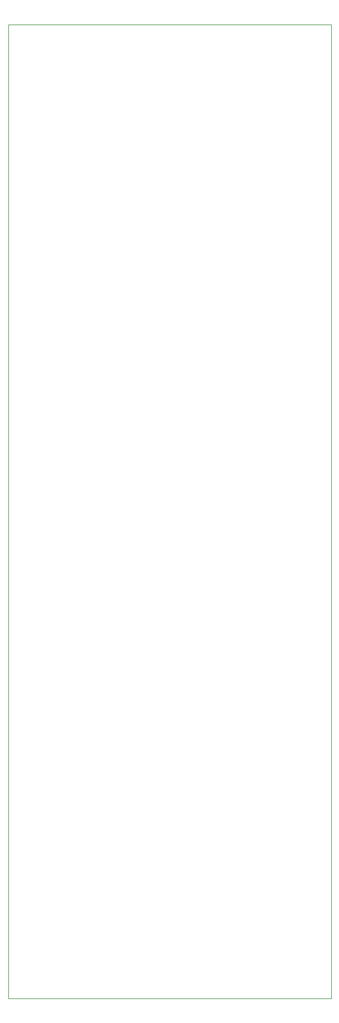
<source format=gbr>
%TF.GenerationSoftware,KiCad,Pcbnew,(5.1.12-1-10_14)*%
%TF.CreationDate,2023-08-06T16:46:36+02:00*%
%TF.ProjectId,springy_board,73707269-6e67-4795-9f62-6f6172642e6b,rev?*%
%TF.SameCoordinates,Original*%
%TF.FileFunction,Profile,NP*%
%FSLAX46Y46*%
G04 Gerber Fmt 4.6, Leading zero omitted, Abs format (unit mm)*
G04 Created by KiCad (PCBNEW (5.1.12-1-10_14)) date 2023-08-06 16:46:36*
%MOMM*%
%LPD*%
G01*
G04 APERTURE LIST*
%TA.AperFunction,Profile*%
%ADD10C,0.050000*%
%TD*%
G04 APERTURE END LIST*
D10*
X379750000Y-95750000D02*
X379750000Y52000000D01*
X428750000Y-95750000D02*
X379750000Y-95750000D01*
X428750000Y52000000D02*
X428750000Y-95750000D01*
X379750000Y52000000D02*
X428750000Y52000000D01*
M02*

</source>
